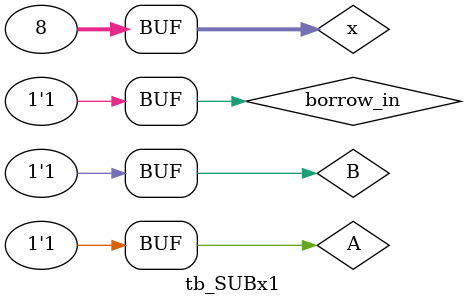
<source format=v>
`timescale 10ps/1ps
`include "SUBx1.v"
module tb_SUBx1();

reg A, B, borrow_in;
wire diff, borrow_out;
integer x;

SUBx1 SUB1(A, B, borrow_in, borrow_out, diff);

initial begin
    $dumpfile("tb_SUBx1.vcd");
    $dumpvars(0, tb_SUBx1);

    {A, B, borrow_in} = 0;

    for(x=0;x<=7;x=x+1)
    begin
        #10 {A, B, borrow_in}=x;
    end
end

always@(diff, borrow_out)
begin
        $display("time = %0t\t\t %b %b %b\t\t%b %b",$time, A, B, borrow_in, borrow_out, diff);
end

endmodule

// Commands to run (terminal)
// iverilog -o tb_SUBx1 tb_SUBx1.v SUBx1.v
// vvp tb_SUBx1
// gtkwave tb_SUBx1.vcd
</source>
